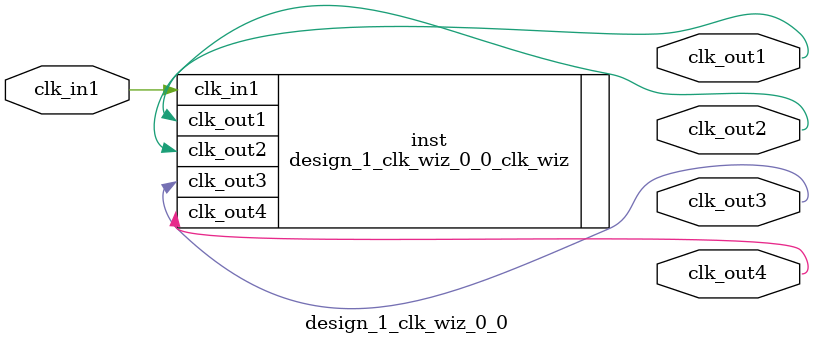
<source format=v>


`timescale 1ps/1ps

(* CORE_GENERATION_INFO = "design_1_clk_wiz_0_0,clk_wiz_v6_0_3_0_0,{component_name=design_1_clk_wiz_0_0,use_phase_alignment=false,use_min_o_jitter=false,use_max_i_jitter=false,use_dyn_phase_shift=false,use_inclk_switchover=false,use_dyn_reconfig=false,enable_axi=0,feedback_source=FDBK_AUTO,PRIMITIVE=MMCM,num_out_clk=4,clkin1_period=9.091,clkin2_period=10.0,use_power_down=false,use_reset=false,use_locked=false,use_inclk_stopped=false,feedback_type=SINGLE,CLOCK_MGR_TYPE=NA,manual_override=false}" *)

module design_1_clk_wiz_0_0 
 (
  // Clock out ports
  output        clk_out1,
  output        clk_out2,
  output        clk_out3,
  output        clk_out4,
 // Clock in ports
  input         clk_in1
 );

  design_1_clk_wiz_0_0_clk_wiz inst
  (
  // Clock out ports  
  .clk_out1(clk_out1),
  .clk_out2(clk_out2),
  .clk_out3(clk_out3),
  .clk_out4(clk_out4),
 // Clock in ports
  .clk_in1(clk_in1)
  );

endmodule

</source>
